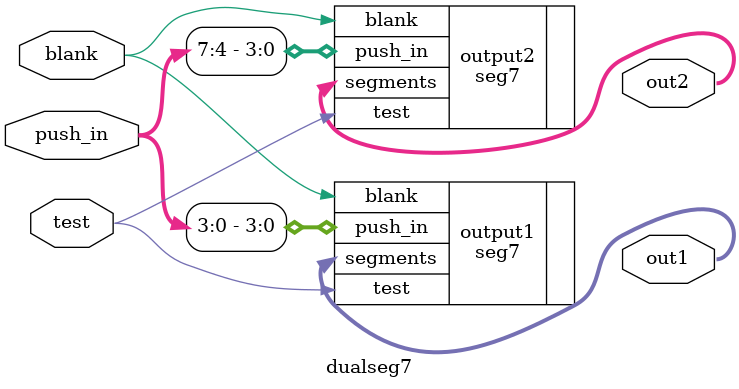
<source format=sv>

module dualseg7(input logic [7:0] push_in, input logic blank, input logic test, output logic [13:7] out2, output logic [6:0] out1);

//Combinational Logic Statements
seg7 output1(.push_in(push_in[3:0]), .blank(blank), .test(test), .segments(out1[6:0]));

seg7 output2(.push_in(push_in[7:4]), .blank(blank), .test(test), .segments(out2[13:7]));

endmodule
</source>
